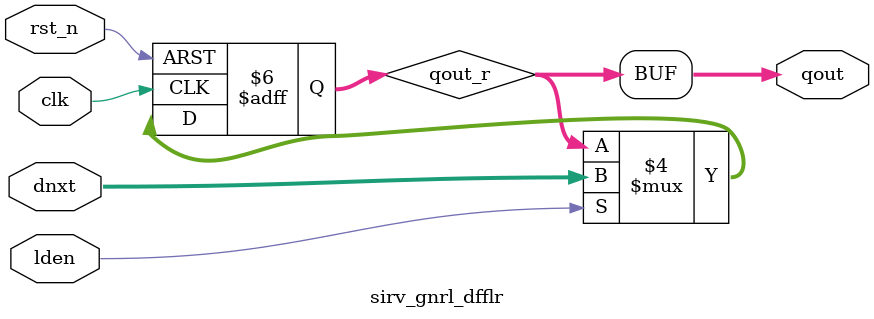
<source format=v>
module sirv_gnrl_dfflr # (
  parameter DW = 32
) (

  input               lden, 
  input      [DW-1:0] dnxt,
  output     [DW-1:0] qout,

  input               clk,
  input               rst_n
);

reg [DW-1:0] qout_r;

always @(posedge clk or negedge rst_n)
begin : DFFLR_PROC
  if (rst_n == 1'b0)
    qout_r <= {DW{1'b0}};
  else if (lden == 1'b1)
    qout_r <= dnxt;
end

assign qout = qout_r;    

endmodule

</source>
